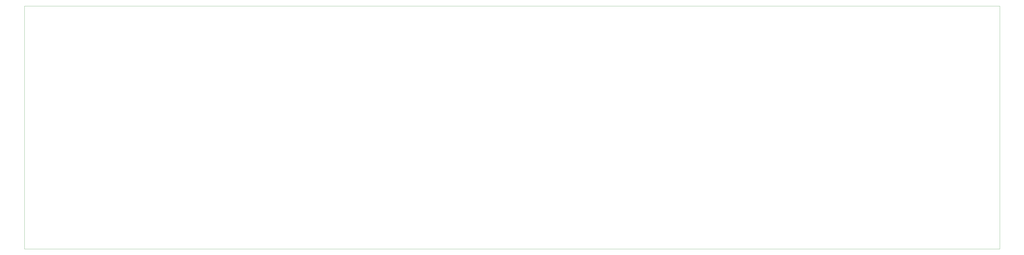
<source format=gbr>
G04*
G04 #@! TF.GenerationSoftware,Altium Limited,Altium Designer,24.1.2 (44)*
G04*
G04 Layer_Color=0*
%FSLAX25Y25*%
%MOIN*%
G70*
G04*
G04 #@! TF.SameCoordinates,29FF4F4E-3C6D-470F-9DA1-2895E510F6E9*
G04*
G04*
G04 #@! TF.FilePolarity,Positive*
G04*
G01*
G75*
%ADD85C,0.00100*%
D85*
X830709Y316929D02*
Y718504D01*
X2440945D01*
Y316929D01*
X830709D01*
M02*

</source>
